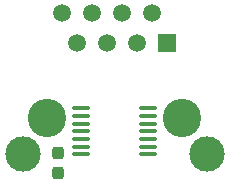
<source format=gbr>
%TF.GenerationSoftware,KiCad,Pcbnew,7.0.2-6a45011f42~172~ubuntu22.04.1*%
%TF.CreationDate,2023-07-12T14:03:09-05:00*%
%TF.ProjectId,Encoder,456e636f-6465-4722-9e6b-696361645f70,rev?*%
%TF.SameCoordinates,Original*%
%TF.FileFunction,Soldermask,Top*%
%TF.FilePolarity,Negative*%
%FSLAX46Y46*%
G04 Gerber Fmt 4.6, Leading zero omitted, Abs format (unit mm)*
G04 Created by KiCad (PCBNEW 7.0.2-6a45011f42~172~ubuntu22.04.1) date 2023-07-12 14:03:09*
%MOMM*%
%LPD*%
G01*
G04 APERTURE LIST*
G04 Aperture macros list*
%AMRoundRect*
0 Rectangle with rounded corners*
0 $1 Rounding radius*
0 $2 $3 $4 $5 $6 $7 $8 $9 X,Y pos of 4 corners*
0 Add a 4 corners polygon primitive as box body*
4,1,4,$2,$3,$4,$5,$6,$7,$8,$9,$2,$3,0*
0 Add four circle primitives for the rounded corners*
1,1,$1+$1,$2,$3*
1,1,$1+$1,$4,$5*
1,1,$1+$1,$6,$7*
1,1,$1+$1,$8,$9*
0 Add four rect primitives between the rounded corners*
20,1,$1+$1,$2,$3,$4,$5,0*
20,1,$1+$1,$4,$5,$6,$7,0*
20,1,$1+$1,$6,$7,$8,$9,0*
20,1,$1+$1,$8,$9,$2,$3,0*%
G04 Aperture macros list end*
%ADD10RoundRect,0.237500X-0.237500X0.300000X-0.237500X-0.300000X0.237500X-0.300000X0.237500X0.300000X0*%
%ADD11RoundRect,0.100000X0.637500X0.100000X-0.637500X0.100000X-0.637500X-0.100000X0.637500X-0.100000X0*%
%ADD12C,3.250000*%
%ADD13R,1.500000X1.500000*%
%ADD14C,1.500000*%
%ADD15C,3.000000*%
G04 APERTURE END LIST*
D10*
%TO.C,C1*%
X56200000Y-62337500D03*
X56200000Y-64062500D03*
%TD*%
D11*
%TO.C,U1*%
X63862500Y-62450000D03*
X63862500Y-61800000D03*
X63862500Y-61150000D03*
X63862500Y-60500000D03*
X63862500Y-59850000D03*
X63862500Y-59200000D03*
X63862500Y-58550000D03*
X58137500Y-58550000D03*
X58137500Y-59200000D03*
X58137500Y-59850000D03*
X58137500Y-60500000D03*
X58137500Y-61150000D03*
X58137500Y-61800000D03*
X58137500Y-62450000D03*
%TD*%
D12*
%TO.C,J1*%
X66760000Y-59390000D03*
X55330000Y-59390000D03*
D13*
X65490000Y-53040000D03*
D14*
X64220000Y-50500000D03*
X62950000Y-53040000D03*
X61680000Y-50500000D03*
X60410000Y-53040000D03*
X59140000Y-50500000D03*
X57870000Y-53040000D03*
X56600000Y-50500000D03*
D15*
X68815000Y-62440000D03*
X53275000Y-62440000D03*
%TD*%
M02*

</source>
